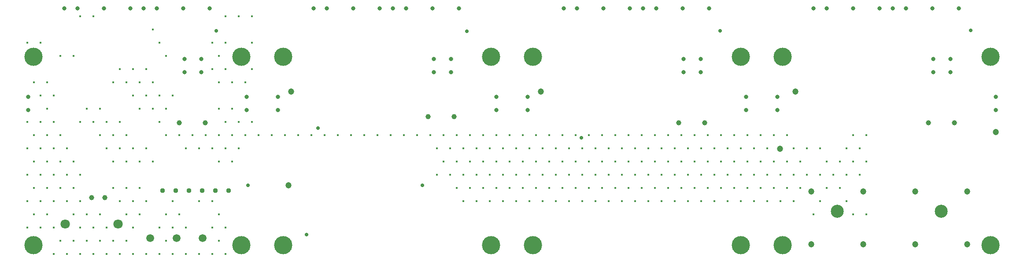
<source format=gbr>
%TF.GenerationSoftware,Altium Limited,Altium Designer,21.6.4 (81)*%
G04 Layer_Color=0*
%FSLAX45Y45*%
%MOMM*%
%TF.SameCoordinates,E19561C2-E2DB-472D-B720-4EF24A879867*%
%TF.FilePolarity,Positive*%
%TF.FileFunction,Plated,1,2,PTH,Drill*%
%TF.Part,Single*%
G01*
G75*
%TA.AperFunction,ComponentDrill*%
%ADD62C,0.80000*%
%ADD63C,1.20000*%
%ADD64C,1.00000*%
%ADD65C,0.95000*%
%ADD66C,1.80000*%
%ADD67C,0.80000*%
%ADD68C,1.20000*%
%ADD69C,2.50000*%
%TA.AperFunction,OtherDrill,Pad Free-O1 (187.5mm,-13.25mm)*%
%ADD70C,3.50000*%
%TA.AperFunction,OtherDrill,Pad Free-O1 (147.5mm,-13.25mm)*%
%ADD71C,3.50000*%
%TA.AperFunction,OtherDrill,Pad Free-O1 (139.5mm,-13.25mm)*%
%ADD72C,3.50000*%
%TA.AperFunction,OtherDrill,Pad Free-O1 (99.5mm,-13.25mm)*%
%ADD73C,3.50000*%
%TA.AperFunction,OtherDrill,Pad Free-O1 (91.5mm,-13.25mm)*%
%ADD74C,3.50000*%
%TA.AperFunction,OtherDrill,Pad Free-O1 (51.5mm,-13.25mm)*%
%ADD75C,3.50000*%
%TA.AperFunction,OtherDrill,Pad Free-O1 (43.5mm,-13.25mm)*%
%ADD76C,3.50000*%
%TA.AperFunction,OtherDrill,Pad Free-O1 (187.5mm,-49.5mm)*%
%ADD77C,3.50000*%
%TA.AperFunction,OtherDrill,Pad Free-O1 (43.5mm,-49.5mm)*%
%ADD78C,3.50000*%
%TA.AperFunction,OtherDrill,Pad Free-O1 (147.5mm,-49.5mm)*%
%ADD79C,3.50000*%
%TA.AperFunction,OtherDrill,Pad Free-O1 (51.5mm,-49.5mm)*%
%ADD80C,3.50000*%
%TA.AperFunction,OtherDrill,Pad Free-O1 (91.5mm,-49.5mm)*%
%ADD81C,3.50000*%
%TA.AperFunction,OtherDrill,Pad Free-O1 (3.5mm,-49.5mm)*%
%ADD82C,3.50000*%
%TA.AperFunction,OtherDrill,Pad Free-O1 (139.5mm,-49.5mm)*%
%ADD83C,3.50000*%
%TA.AperFunction,OtherDrill,Pad Free-O1 (99.5mm,-49.5mm)*%
%ADD84C,3.50000*%
%TA.AperFunction,ComponentDrill*%
%ADD85C,1.50000*%
%TA.AperFunction,OtherDrill,Pad Free-O1 (3.5mm,-13.25mm)*%
%ADD86C,3.50000*%
%TA.AperFunction,ViaDrill,NotFilled*%
%ADD87C,0.40000*%
%ADD88C,0.71120*%
D62*
X18140680Y-398780D02*
D03*
X17632680D02*
D03*
X17124680D02*
D03*
X16870680D02*
D03*
X16616679D02*
D03*
X16108681D02*
D03*
X15600681D02*
D03*
X15346680D02*
D03*
X13335001D02*
D03*
X12827000D02*
D03*
X12319000D02*
D03*
X12065000D02*
D03*
X11811000D02*
D03*
X11303000D02*
D03*
X10795000D02*
D03*
X10541000D02*
D03*
X3738880D02*
D03*
X3230880D02*
D03*
X2722880D02*
D03*
X2468880D02*
D03*
X2214880D02*
D03*
X1706880D02*
D03*
X1198880D02*
D03*
X944880D02*
D03*
X5737860D02*
D03*
X5991860D02*
D03*
X6499860D02*
D03*
X7007860D02*
D03*
X7261860D02*
D03*
X7515860D02*
D03*
X8023860D02*
D03*
X8531860D02*
D03*
D63*
X14700000Y-3100000D02*
D03*
X15000000Y-2000000D02*
D03*
X18850000Y-2775000D02*
D03*
X10100000Y-2000000D02*
D03*
X5300000D02*
D03*
X18300000Y-3920000D02*
D03*
Y-4940000D02*
D03*
X16300000Y-3920000D02*
D03*
Y-4940000D02*
D03*
X5250000Y-3800000D02*
D03*
D64*
X13250000Y-2600000D02*
D03*
X12750000D02*
D03*
X1467000Y-4042000D02*
D03*
X1721000D02*
D03*
X18050000Y-2600000D02*
D03*
X17550000D02*
D03*
X8438960Y-2476500D02*
D03*
X7938960D02*
D03*
X3650000Y-2600000D02*
D03*
X3150000D02*
D03*
D65*
X4102100Y-3903980D02*
D03*
X3848100D02*
D03*
X3594100D02*
D03*
X3340100D02*
D03*
X3086100D02*
D03*
X2832100D02*
D03*
D66*
X959000Y-4550000D02*
D03*
X1975000D02*
D03*
D67*
X14650000Y-2354000D02*
D03*
Y-2100000D02*
D03*
X17650000Y-1629000D02*
D03*
Y-1375000D02*
D03*
X17975000Y-1629000D02*
D03*
Y-1375000D02*
D03*
X18850000Y-2354000D02*
D03*
Y-2100000D02*
D03*
X9850000Y-2354000D02*
D03*
Y-2100000D02*
D03*
X12850000Y-1629000D02*
D03*
Y-1375000D02*
D03*
X13175000Y-1629000D02*
D03*
Y-1375000D02*
D03*
X14050000Y-2354000D02*
D03*
Y-2100000D02*
D03*
X5050000Y-2354000D02*
D03*
Y-2100000D02*
D03*
X8050000Y-1629000D02*
D03*
Y-1375000D02*
D03*
X8375000Y-1629000D02*
D03*
Y-1375000D02*
D03*
X9250000Y-2354000D02*
D03*
Y-2100000D02*
D03*
X3250000Y-1629000D02*
D03*
Y-1375000D02*
D03*
X3575000Y-1629000D02*
D03*
Y-1375000D02*
D03*
X4450000Y-2354000D02*
D03*
Y-2100000D02*
D03*
X250000Y-2354000D02*
D03*
Y-2100000D02*
D03*
D68*
X17300000Y-3920000D02*
D03*
Y-4940000D02*
D03*
X15300000Y-3920000D02*
D03*
Y-4940000D02*
D03*
D69*
X17800000Y-4300000D02*
D03*
X15800000D02*
D03*
D70*
X18750000Y-1325000D02*
D03*
D71*
X14750000D02*
D03*
D72*
X13950000Y-1325000D02*
D03*
D73*
X9950000D02*
D03*
D74*
X9150000D02*
D03*
D75*
X5150000D02*
D03*
D76*
X4350000Y-1325000D02*
D03*
D77*
X18750000Y-4950000D02*
D03*
D78*
X4350000D02*
D03*
D79*
X14750000Y-4950000D02*
D03*
D80*
X5150000Y-4950000D02*
D03*
D81*
X9150000D02*
D03*
D82*
X350000D02*
D03*
D83*
X13950000D02*
D03*
D84*
X9950000D02*
D03*
D85*
X2597530Y-4814570D02*
D03*
X3097530D02*
D03*
X3597530D02*
D03*
D86*
X350000Y-1325000D02*
D03*
D87*
X16361000Y-2832000D02*
D03*
X16234000Y-3086000D02*
D03*
X16361000Y-3340000D02*
D03*
X16234000Y-3594000D02*
D03*
X16361000Y-4356000D02*
D03*
X16107001Y-2832000D02*
D03*
X15980000Y-3086000D02*
D03*
X16107001Y-3340000D02*
D03*
X15980000Y-3594000D02*
D03*
Y-4102000D02*
D03*
X16107001Y-4356000D02*
D03*
X15853000Y-3340000D02*
D03*
X15725999Y-3594000D02*
D03*
X15853000Y-3848000D02*
D03*
X15472000Y-3086000D02*
D03*
X15599001Y-3340000D02*
D03*
X15472000Y-3594000D02*
D03*
X15599001Y-3848000D02*
D03*
X15472000Y-4102000D02*
D03*
X15217999Y-3086000D02*
D03*
Y-3594000D02*
D03*
X15345000Y-4356000D02*
D03*
X14964000Y-3086000D02*
D03*
X15091000Y-3340000D02*
D03*
X14964000Y-3594000D02*
D03*
X15091000Y-3848000D02*
D03*
X14964000Y-4102000D02*
D03*
X14837000Y-2832000D02*
D03*
X14710001Y-3086000D02*
D03*
X14837000Y-3340000D02*
D03*
X14710001Y-3594000D02*
D03*
X14837000Y-3848000D02*
D03*
X14710001Y-4102000D02*
D03*
X14583000Y-2832000D02*
D03*
X14456000Y-3086000D02*
D03*
X14583000Y-3340000D02*
D03*
X14456000Y-3594000D02*
D03*
X14583000Y-3848000D02*
D03*
X14456000Y-4102000D02*
D03*
X14328999Y-2832000D02*
D03*
X14202000Y-3086000D02*
D03*
X14328999Y-3340000D02*
D03*
X14202000Y-3594000D02*
D03*
X14328999Y-3848000D02*
D03*
X14202000Y-4102000D02*
D03*
X14075000Y-2832000D02*
D03*
X13948000Y-3086000D02*
D03*
X14075000Y-3340000D02*
D03*
X13948000Y-3594000D02*
D03*
X14075000Y-3848000D02*
D03*
X13948000Y-4102000D02*
D03*
X13821001Y-2832000D02*
D03*
X13694000Y-3086000D02*
D03*
X13821001Y-3340000D02*
D03*
X13694000Y-3594000D02*
D03*
X13821001Y-3848000D02*
D03*
X13694000Y-4102000D02*
D03*
X13567000Y-2832000D02*
D03*
X13439999Y-3086000D02*
D03*
X13567000Y-3340000D02*
D03*
X13439999Y-3594000D02*
D03*
X13567000Y-3848000D02*
D03*
X13439999Y-4102000D02*
D03*
X13313000Y-2832000D02*
D03*
X13186000Y-3086000D02*
D03*
X13313000Y-3340000D02*
D03*
X13186000Y-3594000D02*
D03*
X13313000Y-3848000D02*
D03*
X13186000Y-4102000D02*
D03*
X13059000Y-2832000D02*
D03*
X12932001Y-3086000D02*
D03*
X13059000Y-3340000D02*
D03*
X12932001Y-3594000D02*
D03*
X13059000Y-3848000D02*
D03*
X12932001Y-4102000D02*
D03*
X12805000Y-2832000D02*
D03*
X12678000Y-3086000D02*
D03*
X12805000Y-3340000D02*
D03*
X12678000Y-3594000D02*
D03*
X12805000Y-3848000D02*
D03*
X12678000Y-4102000D02*
D03*
X12551000Y-2832000D02*
D03*
X12424000Y-3086000D02*
D03*
X12551000Y-3340000D02*
D03*
X12424000Y-3594000D02*
D03*
X12551000Y-3848000D02*
D03*
X12424000Y-4102000D02*
D03*
X12297000Y-2832000D02*
D03*
X12170000Y-3086000D02*
D03*
X12297000Y-3340000D02*
D03*
X12170000Y-3594000D02*
D03*
X12297000Y-3848000D02*
D03*
X12170000Y-4102000D02*
D03*
X12043000Y-2832000D02*
D03*
X11916000Y-3086000D02*
D03*
X12043000Y-3340000D02*
D03*
X11916000Y-3594000D02*
D03*
X12043000Y-3848000D02*
D03*
X11916000Y-4102000D02*
D03*
X11789000Y-2832000D02*
D03*
X11662000Y-3086000D02*
D03*
X11789000Y-3340000D02*
D03*
X11662000Y-3594000D02*
D03*
X11789000Y-3848000D02*
D03*
X11662000Y-4102000D02*
D03*
X11535000Y-2832000D02*
D03*
X11408000Y-3086000D02*
D03*
X11535000Y-3340000D02*
D03*
X11408000Y-3594000D02*
D03*
X11535000Y-3848000D02*
D03*
X11408000Y-4102000D02*
D03*
X11281000Y-2832000D02*
D03*
X11154000Y-3086000D02*
D03*
X11281000Y-3340000D02*
D03*
X11154000Y-3594000D02*
D03*
X11281000Y-3848000D02*
D03*
X11154000Y-4102000D02*
D03*
X11027000Y-2832000D02*
D03*
X10900000Y-3086000D02*
D03*
X11027000Y-3340000D02*
D03*
X10900000Y-3594000D02*
D03*
X11027000Y-3848000D02*
D03*
X10900000Y-4102000D02*
D03*
X10773000Y-2832000D02*
D03*
X10646000Y-3086000D02*
D03*
X10773000Y-3340000D02*
D03*
X10646000Y-3594000D02*
D03*
X10773000Y-3848000D02*
D03*
X10646000Y-4102000D02*
D03*
X10519000Y-2832000D02*
D03*
X10392000Y-3086000D02*
D03*
X10519000Y-3340000D02*
D03*
X10392000Y-3594000D02*
D03*
X10519000Y-3848000D02*
D03*
X10392000Y-4102000D02*
D03*
X10265000Y-2832000D02*
D03*
X10138000Y-3086000D02*
D03*
X10265000Y-3340000D02*
D03*
X10138000Y-3594000D02*
D03*
X10265000Y-3848000D02*
D03*
X10138000Y-4102000D02*
D03*
X10011000Y-2832000D02*
D03*
X9884000Y-3086000D02*
D03*
X10011000Y-3340000D02*
D03*
X9884000Y-3594000D02*
D03*
X10011000Y-3848000D02*
D03*
X9884000Y-4102000D02*
D03*
X9757000Y-2832000D02*
D03*
X9630000Y-3086000D02*
D03*
X9757000Y-3340000D02*
D03*
X9630000Y-3594000D02*
D03*
X9757000Y-3848000D02*
D03*
X9630000Y-4102000D02*
D03*
X9503000Y-2832000D02*
D03*
X9376000Y-3086000D02*
D03*
X9503000Y-3340000D02*
D03*
X9376000Y-3594000D02*
D03*
X9503000Y-3848000D02*
D03*
X9376000Y-4102000D02*
D03*
X9249000Y-2832000D02*
D03*
X9122000Y-3086000D02*
D03*
X9249000Y-3340000D02*
D03*
X9122000Y-3594000D02*
D03*
X9249000Y-3848000D02*
D03*
X9122000Y-4102000D02*
D03*
X8995000Y-2832000D02*
D03*
X8868000Y-3086000D02*
D03*
X8995000Y-3340000D02*
D03*
X8868000Y-3594000D02*
D03*
X8995000Y-3848000D02*
D03*
X8868000Y-4102000D02*
D03*
X8741000Y-2832000D02*
D03*
X8614000Y-3086000D02*
D03*
X8741000Y-3340000D02*
D03*
X8614000Y-3594000D02*
D03*
X8741000Y-3848000D02*
D03*
X8614000Y-4102000D02*
D03*
X8487000Y-2832000D02*
D03*
X8360000Y-3086000D02*
D03*
X8487000Y-3340000D02*
D03*
X8360000Y-3594000D02*
D03*
X8487000Y-3848000D02*
D03*
X8233000Y-2832000D02*
D03*
X8106000Y-3086000D02*
D03*
X8233000Y-3340000D02*
D03*
X8106000Y-3594000D02*
D03*
X7979000Y-2832000D02*
D03*
X7725000D02*
D03*
X7471000D02*
D03*
X7217000D02*
D03*
X6963000D02*
D03*
X6709000D02*
D03*
X6455000D02*
D03*
X6201000D02*
D03*
X5947000D02*
D03*
X5693000D02*
D03*
X5439000D02*
D03*
X5185000D02*
D03*
X4931000D02*
D03*
X4550000Y-546000D02*
D03*
Y-1054000D02*
D03*
Y-1562000D02*
D03*
Y-2578000D02*
D03*
X4677000Y-2832000D02*
D03*
X4296000Y-546000D02*
D03*
X4423000Y-1816000D02*
D03*
X4296000Y-2578000D02*
D03*
X4423000Y-2832000D02*
D03*
X4296000Y-3086000D02*
D03*
X4042000Y-546000D02*
D03*
Y-1054000D02*
D03*
Y-1562000D02*
D03*
X4169000Y-1816000D02*
D03*
Y-2324000D02*
D03*
X4042000Y-2578000D02*
D03*
X4169000Y-2832000D02*
D03*
X4042000Y-3086000D02*
D03*
X4169000Y-3340000D02*
D03*
X4042000Y-4610000D02*
D03*
Y-5118000D02*
D03*
X3788000Y-1054000D02*
D03*
X3915000Y-1308000D02*
D03*
X3788000Y-1562000D02*
D03*
X3915000Y-1816000D02*
D03*
Y-2324000D02*
D03*
Y-2832000D02*
D03*
X3788000Y-3086000D02*
D03*
X3915000Y-3340000D02*
D03*
X3788000Y-4102000D02*
D03*
X3915000Y-4356000D02*
D03*
X3788000Y-4610000D02*
D03*
X3915000Y-4864000D02*
D03*
X3788000Y-5118000D02*
D03*
X3661000Y-2832000D02*
D03*
X3534000Y-3086000D02*
D03*
Y-4102000D02*
D03*
Y-5118000D02*
D03*
X3407000Y-2832000D02*
D03*
X3280000Y-3086000D02*
D03*
Y-4610000D02*
D03*
Y-5118000D02*
D03*
X3026000Y-2070000D02*
D03*
X3153000Y-2832000D02*
D03*
X3026000Y-4102000D02*
D03*
X3153000Y-4356000D02*
D03*
X3026000Y-4610000D02*
D03*
Y-5118000D02*
D03*
X2772000Y-1054000D02*
D03*
X2899000Y-1308000D02*
D03*
X2772000Y-2070000D02*
D03*
X2899000Y-2324000D02*
D03*
X2772000Y-2578000D02*
D03*
X2899000Y-2832000D02*
D03*
Y-4356000D02*
D03*
X2772000Y-4610000D02*
D03*
X2899000Y-4864000D02*
D03*
X2772000Y-5118000D02*
D03*
X2645000Y-800000D02*
D03*
X2518000Y-1562000D02*
D03*
X2645000Y-1816000D02*
D03*
X2518000Y-2070000D02*
D03*
X2645000Y-2324000D02*
D03*
X2518000Y-3086000D02*
D03*
X2645000Y-3340000D02*
D03*
X2518000Y-4102000D02*
D03*
Y-5118000D02*
D03*
X2264000Y-1562000D02*
D03*
X2391000Y-1816000D02*
D03*
X2264000Y-2070000D02*
D03*
X2391000Y-2324000D02*
D03*
X2264000Y-3086000D02*
D03*
X2391000Y-3340000D02*
D03*
Y-3848000D02*
D03*
X2264000Y-4102000D02*
D03*
X2391000Y-4356000D02*
D03*
X2264000Y-4610000D02*
D03*
Y-5118000D02*
D03*
X2010000Y-1562000D02*
D03*
X2137000Y-1816000D02*
D03*
X2010000Y-2578000D02*
D03*
X2137000Y-2832000D02*
D03*
X2010000Y-3086000D02*
D03*
X2137000Y-3340000D02*
D03*
Y-3848000D02*
D03*
X2010000Y-4102000D02*
D03*
X2137000Y-4356000D02*
D03*
Y-4864000D02*
D03*
X2010000Y-5118000D02*
D03*
X1883000Y-1816000D02*
D03*
X1756000Y-2578000D02*
D03*
X1883000Y-2832000D02*
D03*
X1756000Y-3086000D02*
D03*
X1883000Y-3340000D02*
D03*
Y-3848000D02*
D03*
X1756000Y-4610000D02*
D03*
X1883000Y-4864000D02*
D03*
X1756000Y-5118000D02*
D03*
X1502000Y-546000D02*
D03*
X1629000Y-2324000D02*
D03*
X1502000Y-2578000D02*
D03*
X1629000Y-2832000D02*
D03*
Y-4356000D02*
D03*
X1502000Y-4610000D02*
D03*
X1629000Y-4864000D02*
D03*
X1502000Y-5118000D02*
D03*
X1248000Y-546000D02*
D03*
X1375000Y-2324000D02*
D03*
X1248000Y-2578000D02*
D03*
Y-3594000D02*
D03*
Y-4102000D02*
D03*
X1375000Y-4356000D02*
D03*
X1248000Y-4610000D02*
D03*
X1375000Y-4864000D02*
D03*
X1248000Y-5118000D02*
D03*
X1121000Y-1308000D02*
D03*
X994000Y-3086000D02*
D03*
X1121000Y-3340000D02*
D03*
X994000Y-3594000D02*
D03*
X1121000Y-3848000D02*
D03*
X994000Y-4102000D02*
D03*
X1121000Y-4356000D02*
D03*
Y-4864000D02*
D03*
X994000Y-5118000D02*
D03*
X867000Y-1308000D02*
D03*
X740000Y-2070000D02*
D03*
Y-2578000D02*
D03*
X867000Y-2832000D02*
D03*
X740000Y-3086000D02*
D03*
X867000Y-3340000D02*
D03*
X740000Y-3594000D02*
D03*
X867000Y-3848000D02*
D03*
X740000Y-4102000D02*
D03*
Y-4610000D02*
D03*
X867000Y-4864000D02*
D03*
X740000Y-5118000D02*
D03*
X486000Y-1054000D02*
D03*
X613000Y-1816000D02*
D03*
X486000Y-2070000D02*
D03*
X613000Y-2324000D02*
D03*
X486000Y-2578000D02*
D03*
X613000Y-2832000D02*
D03*
X486000Y-3086000D02*
D03*
X613000Y-3340000D02*
D03*
X486000Y-3594000D02*
D03*
X613000Y-3848000D02*
D03*
X486000Y-4102000D02*
D03*
X613000Y-4356000D02*
D03*
X486000Y-4610000D02*
D03*
X232000Y-1054000D02*
D03*
X359000Y-1816000D02*
D03*
X232000Y-2578000D02*
D03*
X359000Y-2832000D02*
D03*
X232000Y-3086000D02*
D03*
X359000Y-3340000D02*
D03*
X232000Y-3594000D02*
D03*
X359000Y-3848000D02*
D03*
X232000Y-4102000D02*
D03*
X359000Y-4356000D02*
D03*
X232000Y-4610000D02*
D03*
D88*
X13550861Y-828040D02*
D03*
X7825000Y-3800000D02*
D03*
X5600000Y-4750000D02*
D03*
X4475000Y-3800000D02*
D03*
X10883900Y-2882900D02*
D03*
X5821680Y-2702560D02*
D03*
X18366701Y-822920D02*
D03*
X8684220Y-835660D02*
D03*
X3865840Y-830580D02*
D03*
%TF.MD5,143b2d853830b91feb7be476c6614804*%
M02*

</source>
